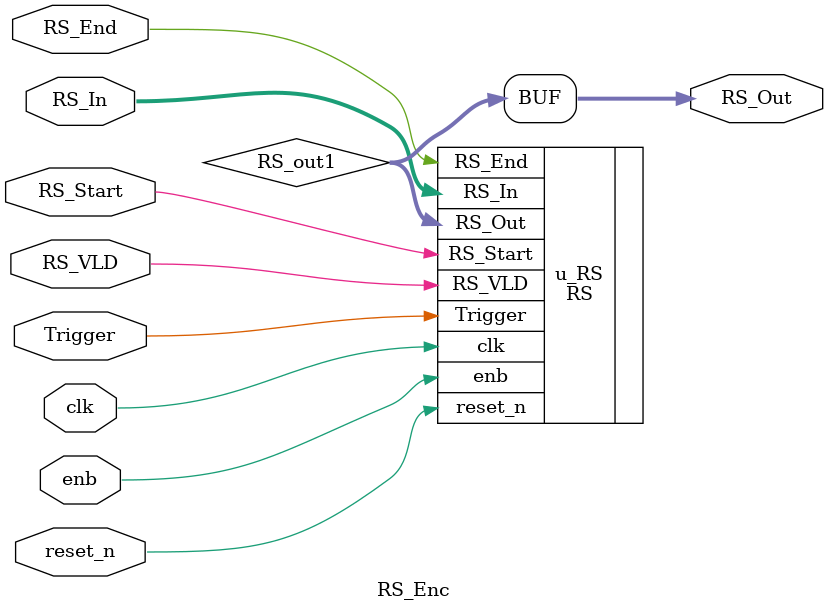
<source format=v>



`timescale 1 ns / 1 ps

module RS_Enc
          (clk,
           reset_n,
           enb,
           Trigger,
           RS_In,
           RS_Start,
           RS_End,
           RS_VLD,
           RS_Out);


  input   clk;
  input   reset_n;
  input   enb;
  input   Trigger;
  input   [7:0] RS_In;  // uint8
  input   RS_Start;
  input   RS_End;
  input   RS_VLD;
  output  [7:0] RS_Out;  // uint8


  wire [7:0] RS_out1;  // uint8


  RS u_RS (.clk(clk),
           .reset_n(reset_n),
           .enb(enb),
           .RS_In(RS_In),  // uint8
           .RS_Start(RS_Start),
           .RS_End(RS_End),
           .RS_VLD(RS_VLD),
           .Trigger(Trigger),
           .RS_Out(RS_out1)  // uint8
           );

  assign RS_Out = RS_out1;

endmodule  // RS_Enc


</source>
